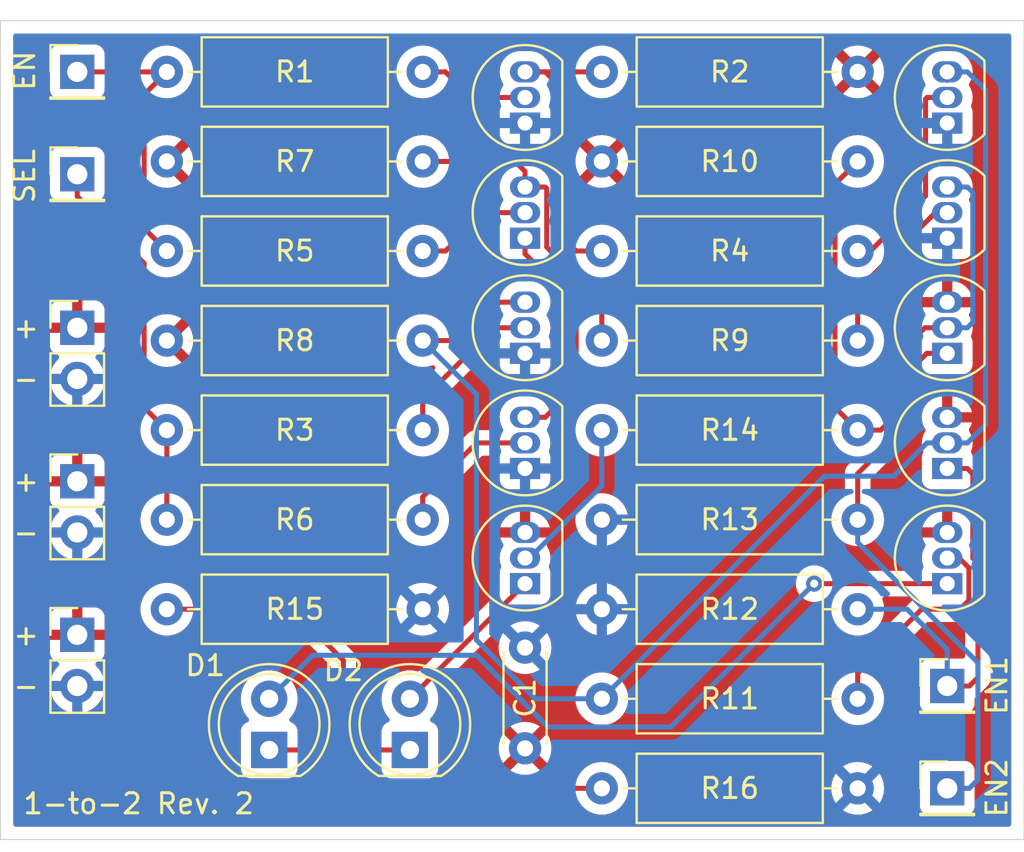
<source format=kicad_pcb>
(kicad_pcb (version 20221018) (generator pcbnew)
  (layers (0 "F.Cu" signal) (31 "B.Cu" signal) (34 "B.Paste" user) (35 "F.Paste" user) (36 "B.SilkS" user "B.Silkscreen") (37 "F.SilkS" user "F.Silkscreen") (38 "B.Mask" user) (39 "F.Mask" user) (44 "Edge.Cuts" user))
  (net 0 "")
  (net 1 "VCC")
  (net 2 "GND")
  (net 3 "Net-(D1-A)")
  (net 4 "Net-(D1-K)")
  (net 5 "Net-(D2-K)")
  (net 6 "Net-(D2-A)")
  (net 7 "Net-(J1-Pin_1)")
  (net 8 "Net-(J2-Pin_1)")
  (net 9 "Net-(J6-Pin_1)")
  (net 10 "Net-(J7-Pin_1)")
  (net 11 "Net-(Q1-C)")
  (net 12 "Net-(Q1-B)")
  (net 13 "Net-(Q2-B)")
  (net 14 "Net-(Q2-C)")
  (net 15 "Net-(Q3-B)")
  (net 16 "Net-(Q4-B)")
  (net 17 "Net-(Q4-C)")
  (net 18 "Net-(Q4-E)")
  (net 19 "Net-(Q5-B)")
  (net 20 "Net-(Q6-B)")
  (net 21 "Net-(Q6-C)")
  (net 22 "Net-(Q9-B)")
  (net 23 "Net-(Q10-B)")
  (footprint "LED_THT:LED_D5.0mm" (layer "F.Cu") (at 47.625 76.835 90)
    (fp_text reference "D1" (at 4.191 -3.175 180) (layer "F.SilkS"))
    (fp_text value "LED")
    (fp_line (start -1.29 -1.545) (end -1.29 1.545) (stroke (width 0.12)) (layer "F.SilkS"))
    (fp_arc (start -1.29 -1.54483) (mid 2.072002 -2.880433) (end 4.26 0.000462) (stroke (width 0.12)) (layer "F.SilkS"))
    (fp_arc (start 4.26 -0.000462) (mid 2.072002 2.880433) (end -1.29 1.54483) (stroke (width 0.12)) (layer "F.SilkS"))
    (fp_circle (center 1.27 0) (end 3.77 0) (stroke (width 0.12)) (fill none) (layer "F.SilkS"))
    (pad "1" thru_hole rect (at 0 0 90) (size 1.8 1.8) (drill 0.9) (layers "*.Cu" "*.Mask") (net 4 "Net-(D1-K)"))
    (pad "2" thru_hole circle (at 2.54 0 90) (size 1.8 1.8) (drill 0.9) (layers "*.Cu" "*.Mask") (net 3 "Net-(D1-A)"))
  )
  (footprint "LED_THT:LED_D5.0mm" (layer "F.Cu") (at 54.61 76.835 90)
    (fp_text reference "D2" (at 3.937 -3.302 180) (layer "F.SilkS"))
    (fp_text value "LED")
    (fp_line (start -1.29 -1.545) (end -1.29 1.545) (stroke (width 0.12)) (layer "F.SilkS"))
    (fp_arc (start -1.29 -1.54483) (mid 2.072002 -2.880433) (end 4.26 0.000462) (stroke (width 0.12)) (layer "F.SilkS"))
    (fp_arc (start 4.26 -0.000462) (mid 2.072002 2.880433) (end -1.29 1.54483) (stroke (width 0.12)) (layer "F.SilkS"))
    (fp_circle (center 1.27 0) (end 3.77 0) (stroke (width 0.12)) (fill none) (layer "F.SilkS"))
    (pad "1" thru_hole rect (at 0 0 90) (size 1.8 1.8) (drill 0.9) (layers "*.Cu" "*.Mask") (net 5 "Net-(D2-K)"))
    (pad "2" thru_hole circle (at 2.54 0 90) (size 1.8 1.8) (drill 0.9) (layers "*.Cu" "*.Mask") (net 6 "Net-(D2-A)"))
  )
  (footprint "Connector_PinHeader_2.54mm:PinHeader_1x02_P2.54mm_Vertical" (layer "F.Cu") (at 38.1 55.88)
    (fp_text reference "J3" hide)
    (fp_text value "Power")
    (fp_line (start -1.33 -1.33) (end 0 -1.33) (stroke (width 0.12)) (layer "F.SilkS"))
    (fp_line (start -1.33 0) (end -1.33 -1.33) (stroke (width 0.12)) (layer "F.SilkS"))
    (fp_line (start -1.33 1.27) (end -1.33 3.87) (stroke (width 0.12)) (layer "F.SilkS"))
    (fp_line (start -1.33 1.27) (end 1.33 1.27) (stroke (width 0.12)) (layer "F.SilkS"))
    (fp_line (start -1.33 3.87) (end 1.33 3.87) (stroke (width 0.12)) (layer "F.SilkS"))
    (fp_line (start 1.33 1.27) (end 1.33 3.87) (stroke (width 0.12)) (layer "F.SilkS"))
    (pad "1" thru_hole rect (at 0 0) (size 1.7 1.7) (drill 1) (layers "*.Cu" "*.Mask") (net 1 "VCC"))
    (pad "2" thru_hole oval (at 0 2.54) (size 1.7 1.7) (drill 1) (layers "*.Cu" "*.Mask") (net 2 "GND"))
  )
  (footprint "Connector_PinHeader_2.54mm:PinHeader_1x02_P2.54mm_Vertical" (layer "F.Cu") (at 38.1 63.5)
    (fp_text reference "J4" hide)
    (fp_text value "Power")
    (fp_line (start -1.33 -1.33) (end 0 -1.33) (stroke (width 0.12)) (layer "F.SilkS"))
    (fp_line (start -1.33 0) (end -1.33 -1.33) (stroke (width 0.12)) (layer "F.SilkS"))
    (fp_line (start -1.33 1.27) (end -1.33 3.87) (stroke (width 0.12)) (layer "F.SilkS"))
    (fp_line (start -1.33 1.27) (end 1.33 1.27) (stroke (width 0.12)) (layer "F.SilkS"))
    (fp_line (start -1.33 3.87) (end 1.33 3.87) (stroke (width 0.12)) (layer "F.SilkS"))
    (fp_line (start 1.33 1.27) (end 1.33 3.87) (stroke (width 0.12)) (layer "F.SilkS"))
    (pad "1" thru_hole rect (at 0 0) (size 1.7 1.7) (drill 1) (layers "*.Cu" "*.Mask") (net 1 "VCC"))
    (pad "2" thru_hole oval (at 0 2.54) (size 1.7 1.7) (drill 1) (layers "*.Cu" "*.Mask") (net 2 "GND"))
  )
  (footprint "Connector_PinHeader_2.54mm:PinHeader_1x02_P2.54mm_Vertical" (layer "F.Cu") (at 38.1 71.12)
    (fp_text reference "J5" hide)
    (fp_text value "Power")
    (fp_line (start -1.33 -1.33) (end 0 -1.33) (stroke (width 0.12)) (layer "F.SilkS"))
    (fp_line (start -1.33 0) (end -1.33 -1.33) (stroke (width 0.12)) (layer "F.SilkS"))
    (fp_line (start -1.33 1.27) (end -1.33 3.87) (stroke (width 0.12)) (layer "F.SilkS"))
    (fp_line (start -1.33 1.27) (end 1.33 1.27) (stroke (width 0.12)) (layer "F.SilkS"))
    (fp_line (start -1.33 3.87) (end 1.33 3.87) (stroke (width 0.12)) (layer "F.SilkS"))
    (fp_line (start 1.33 1.27) (end 1.33 3.87) (stroke (width 0.12)) (layer "F.SilkS"))
    (pad "1" thru_hole rect (at 0 0) (size 1.7 1.7) (drill 1) (layers "*.Cu" "*.Mask") (net 1 "VCC"))
    (pad "2" thru_hole oval (at 0 2.54) (size 1.7 1.7) (drill 1) (layers "*.Cu" "*.Mask") (net 2 "GND"))
  )
  (footprint "Package_TO_SOT_THT:TO-92_Inline" (layer "F.Cu") (at 60.325 45.72 90)
    (fp_text reference "Q1" hide)
    (fp_text value "2N2222")
    (fp_line (start -0.53 1.85) (end 3.07 1.85) (stroke (width 0.12)) (layer "F.SilkS"))
    (fp_arc (start -0.568478 1.838478) (mid -1.132087 -0.994977) (end 1.27 -2.6) (stroke (width 0.12)) (layer "F.SilkS"))
    (fp_arc (start 1.27 -2.6) (mid 3.672087 -0.994977) (end 3.108478 1.838478) (stroke (width 0.12)) (layer "F.SilkS"))
    (pad "1" thru_hole rect (at 0 0 90) (size 1.05 1.5) (drill 0.75) (layers "*.Cu" "*.Mask") (net 2 "GND"))
    (pad "2" thru_hole oval (at 1.27 0 90) (size 1.05 1.5) (drill 0.75) (layers "*.Cu" "*.Mask") (net 12 "Net-(Q1-B)"))
    (pad "3" thru_hole oval (at 2.54 0 90) (size 1.05 1.5) (drill 0.75) (layers "*.Cu" "*.Mask") (net 11 "Net-(Q1-C)"))
  )
  (footprint "Package_TO_SOT_THT:TO-92_Inline" (layer "F.Cu") (at 81.28 45.72 90)
    (fp_text reference "Q3" hide)
    (fp_text value "2N2222")
    (fp_line (start -0.53 1.85) (end 3.07 1.85) (stroke (width 0.12)) (layer "F.SilkS"))
    (fp_arc (start -0.568478 1.838478) (mid -1.132087 -0.994977) (end 1.27 -2.6) (stroke (width 0.12)) (layer "F.SilkS"))
    (fp_arc (start 1.27 -2.6) (mid 3.672087 -0.994977) (end 3.108478 1.838478) (stroke (width 0.12)) (layer "F.SilkS"))
    (pad "1" thru_hole rect (at 0 0 90) (size 1.05 1.5) (drill 0.75) (layers "*.Cu" "*.Mask") (net 2 "GND"))
    (pad "2" thru_hole oval (at 1.27 0 90) (size 1.05 1.5) (drill 0.75) (layers "*.Cu" "*.Mask") (net 15 "Net-(Q3-B)"))
    (pad "3" thru_hole oval (at 2.54 0 90) (size 1.05 1.5) (drill 0.75) (layers "*.Cu" "*.Mask") (net 14 "Net-(Q2-C)"))
  )
  (footprint "Package_TO_SOT_THT:TO-92_Inline" (layer "F.Cu") (at 81.28 62.865 90)
    (fp_text reference "Q7" hide)
    (fp_text value "2N2222")
    (fp_line (start -0.53 1.85) (end 3.07 1.85) (stroke (width 0.12)) (layer "F.SilkS"))
    (fp_arc (start -0.568478 1.838478) (mid -1.132087 -0.994977) (end 1.27 -2.6) (stroke (width 0.12)) (layer "F.SilkS"))
    (fp_arc (start 1.27 -2.6) (mid 3.672087 -0.994977) (end 3.108478 1.838478) (stroke (width 0.12)) (layer "F.SilkS"))
    (pad "1" thru_hole rect (at 0 0 90) (size 1.05 1.5) (drill 0.75) (layers "*.Cu" "*.Mask") (net 9 "Net-(J6-Pin_1)"))
    (pad "2" thru_hole oval (at 1.27 0 90) (size 1.05 1.5) (drill 0.75) (layers "*.Cu" "*.Mask") (net 14 "Net-(Q2-C)"))
    (pad "3" thru_hole oval (at 2.54 0 90) (size 1.05 1.5) (drill 0.75) (layers "*.Cu" "*.Mask") (net 1 "VCC"))
  )
  (footprint "Package_TO_SOT_THT:TO-92_Inline" (layer "F.Cu") (at 81.28 57.15 90)
    (fp_text reference "Q8" hide)
    (fp_text value "2N2222")
    (fp_line (start -0.53 1.85) (end 3.07 1.85) (stroke (width 0.12)) (layer "F.SilkS"))
    (fp_arc (start -0.568478 1.838478) (mid -1.132087 -0.994977) (end 1.27 -2.6) (stroke (width 0.12)) (layer "F.SilkS"))
    (fp_arc (start 1.27 -2.6) (mid 3.672087 -0.994977) (end 3.108478 1.838478) (stroke (width 0.12)) (layer "F.SilkS"))
    (pad "1" thru_hole rect (at 0 0 90) (size 1.05 1.5) (drill 0.75) (layers "*.Cu" "*.Mask") (net 10 "Net-(J7-Pin_1)"))
    (pad "2" thru_hole oval (at 1.27 0 90) (size 1.05 1.5) (drill 0.75) (layers "*.Cu" "*.Mask") (net 21 "Net-(Q6-C)"))
    (pad "3" thru_hole oval (at 2.54 0 90) (size 1.05 1.5) (drill 0.75) (layers "*.Cu" "*.Mask") (net 1 "VCC"))
  )
  (footprint "Package_TO_SOT_THT:TO-92_Inline" (layer "F.Cu") (at 60.325 68.58 90)
    (fp_text reference "Q9" hide)
    (fp_text value "2N2222")
    (fp_line (start -0.53 1.85) (end 3.07 1.85) (stroke (width 0.12)) (layer "F.SilkS"))
    (fp_arc (start -0.568478 1.838478) (mid -1.132087 -0.994977) (end 1.27 -2.6) (stroke (width 0.12)) (layer "F.SilkS"))
    (fp_arc (start 1.27 -2.6) (mid 3.672087 -0.994977) (end 3.108478 1.838478) (stroke (width 0.12)) (layer "F.SilkS"))
    (pad "1" thru_hole rect (at 0 0 90) (size 1.05 1.5) (drill 0.75) (layers "*.Cu" "*.Mask") (net 6 "Net-(D2-A)"))
    (pad "2" thru_hole oval (at 1.27 0 90) (size 1.05 1.5) (drill 0.75) (layers "*.Cu" "*.Mask") (net 22 "Net-(Q9-B)"))
    (pad "3" thru_hole oval (at 2.54 0 90) (size 1.05 1.5) (drill 0.75) (layers "*.Cu" "*.Mask") (net 1 "VCC"))
  )
  (footprint "Package_TO_SOT_THT:TO-92_Inline" (layer "F.Cu") (at 81.28 68.58 90)
    (fp_text reference "Q10" hide)
    (fp_text value "2N2222")
    (fp_line (start -0.53 1.85) (end 3.07 1.85) (stroke (width 0.12)) (layer "F.SilkS"))
    (fp_arc (start -0.568478 1.838478) (mid -1.132087 -0.994977) (end 1.27 -2.6) (stroke (width 0.12)) (layer "F.SilkS"))
    (fp_arc (start 1.27 -2.6) (mid 3.672087 -0.994977) (end 3.108478 1.838478) (stroke (width 0.12)) (layer "F.SilkS"))
    (pad "1" thru_hole rect (at 0 0 90) (size 1.05 1.5) (drill 0.75) (layers "*.Cu" "*.Mask") (net 3 "Net-(D1-A)"))
    (pad "2" thru_hole oval (at 1.27 0 90) (size 1.05 1.5) (drill 0.75) (layers "*.Cu" "*.Mask") (net 23 "Net-(Q10-B)"))
    (pad "3" thru_hole oval (at 2.54 0 90) (size 1.05 1.5) (drill 0.75) (layers "*.Cu" "*.Mask") (net 1 "VCC"))
  )
  (footprint "Resistor_THT:R_Axial_DIN0309_L9.0mm_D3.2mm_P12.70mm_Horizontal" (layer "F.Cu") (at 55.245 43.18 180)
    (fp_text reference "R1" (at 6.35 0) (layer "F.SilkS"))
    (fp_text value "10K")
    (fp_line (start 1.04 0) (end 1.73 0) (stroke (width 0.12)) (layer "F.SilkS"))
    (fp_line (start 1.73 -1.72) (end 1.73 1.72) (stroke (width 0.12)) (layer "F.SilkS"))
    (fp_line (start 1.73 1.72) (end 10.97 1.72) (stroke (width 0.12)) (layer "F.SilkS"))
    (fp_line (start 10.97 -1.72) (end 1.73 -1.72) (stroke (width 0.12)) (layer "F.SilkS"))
    (fp_line (start 10.97 1.72) (end 10.97 -1.72) (stroke (width 0.12)) (layer "F.SilkS"))
    (fp_line (start 11.66 0) (end 10.97 0) (stroke (width 0.12)) (layer "F.SilkS"))
    (pad "1" thru_hole circle (at 0 0 180) (size 1.6 1.6) (drill 0.8) (layers "*.Cu" "*.Mask") (net 12 "Net-(Q1-B)"))
    (pad "2" thru_hole oval (at 12.7 0 180) (size 1.6 1.6) (drill 0.8) (layers "*.Cu" "*.Mask") (net 7 "Net-(J1-Pin_1)"))
  )
  (footprint "Resistor_THT:R_Axial_DIN0309_L9.0mm_D3.2mm_P12.70mm_Horizontal" (layer "F.Cu") (at 76.835 43.18 180)
    (fp_text reference "R2" (at 6.35 0) (layer "F.SilkS"))
    (fp_text value "1K")
    (fp_line (start 1.04 0) (end 1.73 0) (stroke (width 0.12)) (layer "F.SilkS"))
    (fp_line (start 1.73 -1.72) (end 1.73 1.72) (stroke (width 0.12)) (layer "F.SilkS"))
    (fp_line (start 1.73 1.72) (end 10.97 1.72) (stroke (width 0.12)) (layer "F.SilkS"))
    (fp_line (start 10.97 -1.72) (end 1.73 -1.72) (stroke (width 0.12)) (layer "F.SilkS"))
    (fp_line (start 10.97 1.72) (end 10.97 -1.72) (stroke (width 0.12)) (layer "F.SilkS"))
    (fp_line (start 11.66 0) (end 10.97 0) (stroke (width 0.12)) (layer "F.SilkS"))
    (pad "1" thru_hole circle (at 0 0 180) (size 1.6 1.6) (drill 0.8) (layers "*.Cu" "*.Mask") (net 1 "VCC"))
    (pad "2" thru_hole oval (at 12.7 0 180) (size 1.6 1.6) (drill 0.8) (layers "*.Cu" "*.Mask") (net 11 "Net-(Q1-C)"))
  )
  (footprint "Resistor_THT:R_Axial_DIN0309_L9.0mm_D3.2mm_P12.70mm_Horizontal" (layer "F.Cu") (at 76.835 52.07 180)
    (fp_text reference "R4" (at 6.35 0) (layer "F.SilkS"))
    (fp_text value "10K")
    (fp_line (start 1.04 0) (end 1.73 0) (stroke (width 0.12)) (layer "F.SilkS"))
    (fp_line (start 1.73 -1.72) (end 1.73 1.72) (stroke (width 0.12)) (layer "F.SilkS"))
    (fp_line (start 1.73 1.72) (end 10.97 1.72) (stroke (width 0.12)) (layer "F.SilkS"))
    (fp_line (start 10.97 -1.72) (end 1.73 -1.72) (stroke (width 0.12)) (layer "F.SilkS"))
    (fp_line (start 10.97 1.72) (end 10.97 -1.72) (stroke (width 0.12)) (layer "F.SilkS"))
    (fp_line (start 11.66 0) (end 10.97 0) (stroke (width 0.12)) (layer "F.SilkS"))
    (pad "1" thru_hole circle (at 0 0 180) (size 1.6 1.6) (drill 0.8) (layers "*.Cu" "*.Mask") (net 15 "Net-(Q3-B)"))
    (pad "2" thru_hole oval (at 12.7 0 180) (size 1.6 1.6) (drill 0.8) (layers "*.Cu" "*.Mask") (net 11 "Net-(Q1-C)"))
  )
  (footprint "Resistor_THT:R_Axial_DIN0309_L9.0mm_D3.2mm_P12.70mm_Horizontal" (layer "F.Cu") (at 42.545 47.625)
    (fp_text reference "R7" (at 6.35 0) (layer "F.SilkS"))
    (fp_text value "1K")
    (fp_line (start 1.04 0) (end 1.73 0) (stroke (width 0.12)) (layer "F.SilkS"))
    (fp_line (start 1.73 -1.72) (end 1.73 1.72) (stroke (width 0.12)) (layer "F.SilkS"))
    (fp_line (start 1.73 1.72) (end 10.97 1.72) (stroke (width 0.12)) (layer "F.SilkS"))
    (fp_line (start 10.97 -1.72) (end 1.73 -1.72) (stroke (width 0.12)) (layer "F.SilkS"))
    (fp_line (start 10.97 1.72) (end 10.97 -1.72) (stroke (width 0.12)) (layer "F.SilkS"))
    (fp_line (start 11.66 0) (end 10.97 0) (stroke (width 0.12)) (layer "F.SilkS"))
    (pad "1" thru_hole circle (at 0 0) (size 1.6 1.6) (drill 0.8) (layers "*.Cu" "*.Mask") (net 1 "VCC"))
    (pad "2" thru_hole oval (at 12.7 0) (size 1.6 1.6) (drill 0.8) (layers "*.Cu" "*.Mask") (net 17 "Net-(Q4-C)"))
  )
  (footprint "Resistor_THT:R_Axial_DIN0309_L9.0mm_D3.2mm_P12.70mm_Horizontal" (layer "F.Cu") (at 76.835 56.515 180)
    (fp_text reference "R9" (at 6.35 0) (layer "F.SilkS"))
    (fp_text value "10K")
    (fp_line (start 1.04 0) (end 1.73 0) (stroke (width 0.12)) (layer "F.SilkS"))
    (fp_line (start 1.73 -1.72) (end 1.73 1.72) (stroke (width 0.12)) (layer "F.SilkS"))
    (fp_line (start 1.73 1.72) (end 10.97 1.72) (stroke (width 0.12)) (layer "F.SilkS"))
    (fp_line (start 10.97 -1.72) (end 1.73 -1.72) (stroke (width 0.12)) (layer "F.SilkS"))
    (fp_line (start 10.97 1.72) (end 10.97 -1.72) (stroke (width 0.12)) (layer "F.SilkS"))
    (fp_line (start 11.66 0) (end 10.97 0) (stroke (width 0.12)) (layer "F.SilkS"))
    (pad "1" thru_hole circle (at 0 0 180) (size 1.6 1.6) (drill 0.8) (layers "*.Cu" "*.Mask") (net 20 "Net-(Q6-B)"))
    (pad "2" thru_hole oval (at 12.7 0 180) (size 1.6 1.6) (drill 0.8) (layers "*.Cu" "*.Mask") (net 17 "Net-(Q4-C)"))
  )
  (footprint "Resistor_THT:R_Axial_DIN0309_L9.0mm_D3.2mm_P12.70mm_Horizontal" (layer "F.Cu") (at 64.135 47.625)
    (fp_text reference "R10" (at 6.35 0) (layer "F.SilkS"))
    (fp_text value "1K")
    (fp_line (start 1.04 0) (end 1.73 0) (stroke (width 0.12)) (layer "F.SilkS"))
    (fp_line (start 1.73 -1.72) (end 1.73 1.72) (stroke (width 0.12)) (layer "F.SilkS"))
    (fp_line (start 1.73 1.72) (end 10.97 1.72) (stroke (width 0.12)) (layer "F.SilkS"))
    (fp_line (start 10.97 -1.72) (end 1.73 -1.72) (stroke (width 0.12)) (layer "F.SilkS"))
    (fp_line (start 10.97 1.72) (end 10.97 -1.72) (stroke (width 0.12)) (layer "F.SilkS"))
    (fp_line (start 11.66 0) (end 10.97 0) (stroke (width 0.12)) (layer "F.SilkS"))
    (pad "1" thru_hole circle (at 0 0) (size 1.6 1.6) (drill 0.8) (layers "*.Cu" "*.Mask") (net 1 "VCC"))
    (pad "2" thru_hole oval (at 12.7 0) (size 1.6 1.6) (drill 0.8) (layers "*.Cu" "*.Mask") (net 21 "Net-(Q6-C)"))
  )
  (footprint "Resistor_THT:R_Axial_DIN0309_L9.0mm_D3.2mm_P12.70mm_Horizontal" (layer "F.Cu") (at 64.135 74.295)
    (fp_text reference "R11" (at 6.35 0) (layer "F.SilkS"))
    (fp_text value "10K")
    (fp_line (start 1.04 0) (end 1.73 0) (stroke (width 0.12)) (layer "F.SilkS"))
    (fp_line (start 1.73 -1.72) (end 1.73 1.72) (stroke (width 0.12)) (layer "F.SilkS"))
    (fp_line (start 1.73 1.72) (end 10.97 1.72) (stroke (width 0.12)) (layer "F.SilkS"))
    (fp_line (start 10.97 -1.72) (end 1.73 -1.72) (stroke (width 0.12)) (layer "F.SilkS"))
    (fp_line (start 10.97 1.72) (end 10.97 -1.72) (stroke (width 0.12)) (layer "F.SilkS"))
    (fp_line (start 11.66 0) (end 10.97 0) (stroke (width 0.12)) (layer "F.SilkS"))
    (pad "1" thru_hole circle (at 0 0) (size 1.6 1.6) (drill 0.8) (layers "*.Cu" "*.Mask") (net 14 "Net-(Q2-C)"))
    (pad "2" thru_hole oval (at 12.7 0) (size 1.6 1.6) (drill 0.8) (layers "*.Cu" "*.Mask") (net 23 "Net-(Q10-B)"))
  )
  (footprint "Resistor_THT:R_Axial_DIN0309_L9.0mm_D3.2mm_P12.70mm_Horizontal" (layer "F.Cu") (at 76.835 65.405 180)
    (fp_text reference "R13" (at 6.35 0) (layer "F.SilkS"))
    (fp_text value "1K")
    (fp_line (start 1.04 0) (end 1.73 0) (stroke (width 0.12)) (layer "F.SilkS"))
    (fp_line (start 1.73 -1.72) (end 1.73 1.72) (stroke (width 0.12)) (layer "F.SilkS"))
    (fp_line (start 1.73 1.72) (end 10.97 1.72) (stroke (width 0.12)) (layer "F.SilkS"))
    (fp_line (start 10.97 -1.72) (end 1.73 -1.72) (stroke (width 0.12)) (layer "F.SilkS"))
    (fp_line (start 10.97 1.72) (end 10.97 -1.72) (stroke (width 0.12)) (layer "F.SilkS"))
    (fp_line (start 11.66 0) (end 10.97 0) (stroke (width 0.12)) (layer "F.SilkS"))
    (pad "1" thru_hole circle (at 0 0 180) (size 1.6 1.6) (drill 0.8) (layers "*.Cu" "*.Mask") (net 10 "Net-(J7-Pin_1)"))
    (pad "2" thru_hole oval (at 12.7 0 180) (size 1.6 1.6) (drill 0.8) (layers "*.Cu" "*.Mask") (net 2 "GND"))
  )
  (footprint "Resistor_THT:R_Axial_DIN0309_L9.0mm_D3.2mm_P12.70mm_Horizontal" (layer "F.Cu") (at 76.835 60.96 180)
    (fp_text reference "R14" (at 6.35 0) (layer "F.SilkS"))
    (fp_text value "10K")
    (fp_line (start 1.04 0) (end 1.73 0) (stroke (width 0.12)) (layer "F.SilkS"))
    (fp_line (start 1.73 -1.72) (end 1.73 1.72) (stroke (width 0.12)) (layer "F.SilkS"))
    (fp_line (start 1.73 1.72) (end 10.97 1.72) (stroke (width 0.12)) (layer "F.SilkS"))
    (fp_line (start 10.97 -1.72) (end 1.73 -1.72) (stroke (width 0.12)) (layer "F.SilkS"))
    (fp_line (start 10.97 1.72) (end 10.97 -1.72) (stroke (width 0.12)) (layer "F.SilkS"))
    (fp_line (start 11.66 0) (end 10.97 0) (stroke (width 0.12)) (layer "F.SilkS"))
    (pad "1" thru_hole circle (at 0 0 180) (size 1.6 1.6) (drill 0.8) (layers "*.Cu" "*.Mask") (net 21 "Net-(Q6-C)"))
    (pad "2" thru_hole oval (at 12.7 0 180) (size 1.6 1.6) (drill 0.8) (layers "*.Cu" "*.Mask") (net 22 "Net-(Q9-B)"))
  )
  (footprint "Resistor_THT:R_Axial_DIN0309_L9.0mm_D3.2mm_P12.70mm_Horizontal" (layer "F.Cu") (at 55.245 69.85 180)
    (fp_text reference "R15" (at 6.35 0) (layer "F.SilkS"))
    (fp_text value "1K")
    (fp_line (start 1.04 0) (end 1.73 0) (stroke (width 0.12)) (layer "F.SilkS"))
    (fp_line (start 1.73 -1.72) (end 1.73 1.72) (stroke (width 0.12)) (layer "F.SilkS"))
    (fp_line (start 1.73 1.72) (end 10.97 1.72) (stroke (width 0.12)) (layer "F.SilkS"))
    (fp_line (start 10.97 -1.72) (end 1.73 -1.72) (stroke (width 0.12)) (layer "F.SilkS"))
    (fp_line (start 10.97 1.72) (end 10.97 -1.72) (stroke (width 0.12)) (layer "F.SilkS"))
    (fp_line (start 11.66 0) (end 10.97 0) (stroke (width 0.12)) (layer "F.SilkS"))
    (pad "1" thru_hole circle (at 0 0 180) (size 1.6 1.6) (drill 0.8) (layers "*.Cu" "*.Mask") (net 2 "GND"))
    (pad "2" thru_hole oval (at 12.7 0 180) (size 1.6 1.6) (drill 0.8) (layers "*.Cu" "*.Mask") (net 5 "Net-(D2-K)"))
  )
  (footprint "Resistor_THT:R_Axial_DIN0309_L9.0mm_D3.2mm_P12.70mm_Horizontal" (layer "F.Cu") (at 76.835 78.74 180)
    (fp_text reference "R16" (at 6.35 0) (layer "F.SilkS"))
    (fp_text value "1K")
    (fp_line (start 1.04 0) (end 1.73 0) (stroke (width 0.12)) (layer "F.SilkS"))
    (fp_line (start 1.73 -1.72) (end 1.73 1.72) (stroke (width 0.12)) (layer "F.SilkS"))
    (fp_line (start 1.73 1.72) (end 10.97 1.72) (stroke (width 0.12)) (layer "F.SilkS"))
    (fp_line (start 10.97 -1.72) (end 1.73 -1.72) (stroke (width 0.12)) (layer "F.SilkS"))
    (fp_line (start 10.97 1.72) (end 10.97 -1.72) (stroke (width 0.12)) (layer "F.SilkS"))
    (fp_line (start 11.66 0) (end 10.97 0) (stroke (width 0.12)) (layer "F.SilkS"))
    (pad "1" thru_hole circle (at 0 0 180) (size 1.6 1.6) (drill 0.8) (layers "*.Cu" "*.Mask") (net 2 "GND"))
    (pad "2" thru_hole oval (at 12.7 0 180) (size 1.6 1.6) (drill 0.8) (layers "*.Cu" "*.Mask") (net 4 "Net-(D1-K)"))
  )
  (footprint "Resistor_THT:R_Axial_DIN0309_L9.0mm_D3.2mm_P12.70mm_Horizontal" (layer "F.Cu") (at 55.245 65.405 180)
    (fp_text reference "R6" (at 6.35 0) (layer "F.SilkS"))
    (fp_text value "10K")
    (fp_line (start 1.04 0) (end 1.73 0) (stroke (width 0.12)) (layer "F.SilkS"))
    (fp_line (start 1.73 -1.72) (end 1.73 1.72) (stroke (width 0.12)) (layer "F.SilkS"))
    (fp_line (start 1.73 1.72) (end 10.97 1.72) (stroke (width 0.12)) (layer "F.SilkS"))
    (fp_line (start 10.97 -1.72) (end 1.73 -1.72) (stroke (width 0.12)) (layer "F.SilkS"))
    (fp_line (start 10.97 1.72) (end 10.97 -1.72) (stroke (width 0.12)) (layer "F.SilkS"))
    (fp_line (start 11.66 0) (end 10.97 0) (stroke (width 0.12)) (layer "F.SilkS"))
    (pad "1" thru_hole circle (at 0 0 180) (size 1.6 1.6) (drill 0.8) (layers "*.Cu" "*.Mask") (net 19 "Net-(Q5-B)"))
    (pad "2" thru_hole oval (at 12.7 0 180) (size 1.6 1.6) (drill 0.8) (layers "*.Cu" "*.Mask") (net 8 "Net-(J2-Pin_1)"))
  )
  (footprint "Resistor_THT:R_Axial_DIN0309_L9.0mm_D3.2mm_P12.70mm_Horizontal" (layer "F.Cu") (at 55.245 52.07 180)
    (fp_text reference "R5" (at 6.35 0) (layer "F.SilkS"))
    (fp_text value "10K")
    (fp_line (start 1.04 0) (end 1.73 0) (stroke (width 0.12)) (layer "F.SilkS"))
    (fp_line (start 1.73 -1.72) (end 1.73 1.72) (stroke (width 0.12)) (layer "F.SilkS"))
    (fp_line (start 1.73 1.72) (end 10.97 1.72) (stroke (width 0.12)) (layer "F.SilkS"))
    (fp_line (start 10.97 -1.72) (end 1.73 -1.72) (stroke (width 0.12)) (layer "F.SilkS"))
    (fp_line (start 10.97 1.72) (end 10.97 -1.72) (stroke (width 0.12)) (layer "F.SilkS"))
    (fp_line (start 11.66 0) (end 10.97 0) (stroke (width 0.12)) (layer "F.SilkS"))
    (pad "1" thru_hole circle (at 0 0 180) (size 1.6 1.6) (drill 0.8) (layers "*.Cu" "*.Mask") (net 16 "Net-(Q4-B)"))
    (pad "2" thru_hole oval (at 12.7 0 180) (size 1.6 1.6) (drill 0.8) (layers "*.Cu" "*.Mask") (net 7 "Net-(J1-Pin_1)"))
  )
  (footprint "Package_TO_SOT_THT:TO-92_Inline" (layer "F.Cu") (at 60.325 51.435 90)
    (fp_text reference "Q4" hide)
    (fp_text value "2N2222")
    (fp_line (start -0.53 1.85) (end 3.07 1.85) (stroke (width 0.12)) (layer "F.SilkS"))
    (fp_arc (start -0.568478 1.838478) (mid -1.132087 -0.994977) (end 1.27 -2.6) (stroke (width 0.12)) (layer "F.SilkS"))
    (fp_arc (start 1.27 -2.6) (mid 3.672087 -0.994977) (end 3.108478 1.838478) (stroke (width 0.12)) (layer "F.SilkS"))
    (pad "1" thru_hole rect (at 0 0 90) (size 1.05 1.5) (drill 0.75) (layers "*.Cu" "*.Mask") (net 18 "Net-(Q4-E)"))
    (pad "2" thru_hole oval (at 1.27 0 90) (size 1.05 1.5) (drill 0.75) (layers "*.Cu" "*.Mask") (net 16 "Net-(Q4-B)"))
    (pad "3" thru_hole oval (at 2.54 0 90) (size 1.05 1.5) (drill 0.75) (layers "*.Cu" "*.Mask") (net 17 "Net-(Q4-C)"))
  )
  (footprint "Package_TO_SOT_THT:TO-92_Inline" (layer "F.Cu") (at 60.325 62.865 90)
    (fp_text reference "Q5" hide)
    (fp_text value "2N2222")
    (fp_line (start -0.53 1.85) (end 3.07 1.85) (stroke (width 0.12)) (layer "F.SilkS"))
    (fp_arc (start -0.568478 1.838478) (mid -1.132087 -0.994977) (end 1.27 -2.6) (stroke (width 0.12)) (layer "F.SilkS"))
    (fp_arc (start 1.27 -2.6) (mid 3.672087 -0.994977) (end 3.108478 1.838478) (stroke (width 0.12)) (layer "F.SilkS"))
    (pad "1" thru_hole rect (at 0 0 90) (size 1.05 1.5) (drill 0.75) (layers "*.Cu" "*.Mask") (net 2 "GND"))
    (pad "2" thru_hole oval (at 1.27 0 90) (size 1.05 1.5) (drill 0.75) (layers "*.Cu" "*.Mask") (net 19 "Net-(Q5-B)"))
    (pad "3" thru_hole oval (at 2.54 0 90) (size 1.05 1.5) (drill 0.75) (layers "*.Cu" "*.Mask") (net 18 "Net-(Q4-E)"))
  )
  (footprint "Package_TO_SOT_THT:TO-92_Inline" (layer "F.Cu") (at 60.325 57.15 90)
    (fp_text reference "Q2" hide)
    (fp_text value "2N2222")
    (fp_line (start -0.53 1.85) (end 3.07 1.85) (stroke (width 0.12)) (layer "F.SilkS"))
    (fp_arc (start -0.568478 1.838478) (mid -1.132087 -0.994977) (end 1.27 -2.6) (stroke (width 0.12)) (layer "F.SilkS"))
    (fp_arc (start 1.27 -2.6) (mid 3.672087 -0.994977) (end 3.108478 1.838478) (stroke (width 0.12)) (layer "F.SilkS"))
    (pad "1" thru_hole rect (at 0 0 90) (size 1.05 1.5) (drill 0.75) (layers "*.Cu" "*.Mask") (net 2 "GND"))
    (pad "2" thru_hole oval (at 1.27 0 90) (size 1.05 1.5) (drill 0.75) (layers "*.Cu" "*.Mask") (net 13 "Net-(Q2-B)"))
    (pad "3" thru_hole oval (at 2.54 0 90) (size 1.05 1.5) (drill 0.75) (layers "*.Cu" "*.Mask") (net 14 "Net-(Q2-C)"))
  )
  (footprint "Resistor_THT:R_Axial_DIN0309_L9.0mm_D3.2mm_P12.70mm_Horizontal" (layer "F.Cu") (at 42.545 56.515)
    (fp_text reference "R8" (at 6.35 0) (layer "F.SilkS"))
    (fp_text value "1K")
    (fp_line (start 1.04 0) (end 1.73 0) (stroke (width 0.12)) (layer "F.SilkS"))
    (fp_line (start 1.73 -1.72) (end 1.73 1.72) (stroke (width 0.12)) (layer "F.SilkS"))
    (fp_line (start 1.73 1.72) (end 10.97 1.72) (stroke (width 0.12)) (layer "F.SilkS"))
    (fp_line (start 10.97 -1.72) (end 1.73 -1.72) (stroke (width 0.12)) (layer "F.SilkS"))
    (fp_line (start 10.97 1.72) (end 10.97 -1.72) (stroke (width 0.12)) (layer "F.SilkS"))
    (fp_line (start 11.66 0) (end 10.97 0) (stroke (width 0.12)) (layer "F.SilkS"))
    (pad "1" thru_hole circle (at 0 0) (size 1.6 1.6) (drill 0.8) (layers "*.Cu" "*.Mask") (net 1 "VCC"))
    (pad "2" thru_hole oval (at 12.7 0) (size 1.6 1.6) (drill 0.8) (layers "*.Cu" "*.Mask") (net 14 "Net-(Q2-C)"))
  )
  (footprint "Resistor_THT:R_Axial_DIN0309_L9.0mm_D3.2mm_P12.70mm_Horizontal" (layer "F.Cu") (at 55.245 60.96 180)
    (fp_text reference "R3" (at 6.35 0) (layer "F.SilkS"))
    (fp_text value "10K")
    (fp_line (start 1.04 0) (end 1.73 0) (stroke (width 0.12)) (layer "F.SilkS"))
    (fp_line (start 1.73 -1.72) (end 1.73 1.72) (stroke (width 0.12)) (layer "F.SilkS"))
    (fp_line (start 1.73 1.72) (end 10.97 1.72) (stroke (width 0.12)) (layer "F.SilkS"))
    (fp_line (start 10.97 -1.72) (end 1.73 -1.72) (stroke (width 0.12)) (layer "F.SilkS"))
    (fp_line (start 10.97 1.72) (end 10.97 -1.72) (stroke (width 0.12)) (layer "F.SilkS"))
    (fp_line (start 11.66 0) (end 10.97 0) (stroke (width 0.12)) (layer "F.SilkS"))
    (pad "1" thru_hole circle (at 0 0 180) (size 1.6 1.6) (drill 0.8) (layers "*.Cu" "*.Mask") (net 13 "Net-(Q2-B)"))
    (pad "2" thru_hole oval (at 12.7 0 180) (size 1.6 1.6) (drill 0.8) (layers "*.Cu" "*.Mask") (net 8 "Net-(J2-Pin_1)"))
  )
  (footprint "Package_TO_SOT_THT:TO-92_Inline" (layer "F.Cu") (at 81.28 51.435 90)
    (fp_text reference "Q6" hide)
    (fp_text value "2N2222")
    (fp_line (start -0.53 1.85) (end 3.07 1.85) (stroke (width 0.12)) (layer "F.SilkS"))
    (fp_arc (start -0.568478 1.838478) (mid -1.132087 -0.994977) (end 1.27 -2.6) (stroke (width 0.12)) (layer "F.SilkS"))
    (fp_arc (start 1.27 -2.6) (mid 3.672087 -0.994977) (end 3.108478 1.838478) (stroke (width 0.12)) (layer "F.SilkS"))
    (pad "1" thru_hole rect (at 0 0 90) (size 1.05 1.5) (drill 0.75) (layers "*.Cu" "*.Mask") (net 2 "GND"))
    (pad "2" thru_hole oval (at 1.27 0 90) (size 1.05 1.5) (drill 0.75) (layers "*.Cu" "*.Mask") (net 20 "Net-(Q6-B)"))
    (pad "3" thru_hole oval (at 2.54 0 90) (size 1.05 1.5) (drill 0.75) (layers "*.Cu" "*.Mask") (net 21 "Net-(Q6-C)"))
  )
  (footprint "Resistor_THT:R_Axial_DIN0309_L9.0mm_D3.2mm_P12.70mm_Horizontal" (layer "F.Cu") (at 76.835 69.85 180)
    (fp_text reference "R12" (at 6.35 0) (layer "F.SilkS"))
    (fp_text value "1K")
    (fp_line (start 1.04 0) (end 1.73 0) (stroke (width 0.12)) (layer "F.SilkS"))
    (fp_line (start 1.73 -1.72) (end 1.73 1.72) (stroke (width 0.12)) (layer "F.SilkS"))
    (fp_line (start 1.73 1.72) (end 10.97 1.72) (stroke (width 0.12)) (layer "F.SilkS"))
    (fp_line (start 10.97 -1.72) (end 1.73 -1.72) (stroke (width 0.12)) (layer "F.SilkS"))
    (fp_line (start 10.97 1.72) (end 10.97 -1.72) (stroke (width 0.12)) (layer "F.SilkS"))
    (fp_line (start 11.66 0) (end 10.97 0) (stroke (width 0.12)) (layer "F.SilkS"))
    (pad "1" thru_hole circle (at 0 0 180) (size 1.6 1.6) (drill 0.8) (layers "*.Cu" "*.Mask") (net 9 "Net-(J6-Pin_1)"))
    (pad "2" thru_hole oval (at 12.7 0 180) (size 1.6 1.6) (drill 0.8) (layers "*.Cu" "*.Mask") (net 2 "GND"))
  )
  (footprint "Capacitor_THT:C_Disc_D4.3mm_W1.9mm_P5.00mm" (layer "F.Cu") (at 60.325 76.755 90)
    (fp_text reference "C1" (at 2.5 0 90) (layer "F.SilkS"))
    (fp_text value "0.1uF")
    (fp_line (start 0.23 -1.07) (end 0.23 -1.055) (stroke (width 0.12)) (layer "F.SilkS"))
    (fp_line (start 0.23 -1.07) (end 4.77 -1.07) (stroke (width 0.12)) (layer "F.SilkS"))
    (fp_line (start 0.23 1.055) (end 0.23 1.07) (stroke (width 0.12)) (layer "F.SilkS"))
    (fp_line (start 0.23 1.07) (end 4.77 1.07) (stroke (width 0.12)) (layer "F.SilkS"))
    (fp_line (start 4.77 -1.07) (end 4.77 -1.055) (stroke (width 0.12)) (layer "F.SilkS"))
    (fp_line (start 4.77 1.055) (end 4.77 1.07) (stroke (width 0.12)) (layer "F.SilkS"))
    (pad "1" thru_hole circle (at 0 0 90) (size 1.6 1.6) (drill 0.8) (layers "*.Cu" "*.Mask") (net 1 "VCC"))
    (pad "2" thru_hole circle (at 5 0 90) (size 1.6 1.6) (drill 0.8) (layers "*.Cu" "*.Mask") (net 2 "GND"))
  )
  (footprint "Connector_PinHeader_2.54mm:PinHeader_1x01_P2.54mm_Vertical" (layer "F.Cu") (at 38.1 43.18)
    (fp_text reference "J1" hide)
    (fp_text value "EN")
    (fp_line (start -1.33 -1.33) (end 0 -1.33) (stroke (width 0.12)) (layer "F.SilkS"))
    (fp_line (start -1.33 0) (end -1.33 -1.33) (stroke (width 0.12)) (layer "F.SilkS"))
    (fp_line (start -1.33 1.27) (end -1.33 1.33) (stroke (width 0.12)) (layer "F.SilkS"))
    (fp_line (start -1.33 1.27) (end 1.33 1.27) (stroke (width 0.12)) (layer "F.SilkS"))
    (fp_line (start -1.33 1.33) (end 1.33 1.33) (stroke (width 0.12)) (layer "F.SilkS"))
    (fp_line (start 1.33 1.27) (end 1.33 1.33) (stroke (width 0.12)) (layer "F.SilkS"))
    (pad "1" thru_hole rect (at 0 0) (size 1.7 1.7) (drill 1) (layers "*.Cu" "*.Mask") (net 7 "Net-(J1-Pin_1)"))
  )
  (footprint "Connector_PinHeader_2.54mm:PinHeader_1x01_P2.54mm_Vertical" (layer "F.Cu") (at 81.28 78.74)
    (fp_text reference "J7" hide)
    (fp_text value "EN2")
    (fp_line (start -1.33 -1.33) (end 0 -1.33) (stroke (width 0.12)) (layer "F.SilkS"))
    (fp_line (start -1.33 0) (end -1.33 -1.33) (stroke (width 0.12)) (layer "F.SilkS"))
    (fp_line (start -1.33 1.27) (end -1.33 1.33) (stroke (width 0.12)) (layer "F.SilkS"))
    (fp_line (start -1.33 1.27) (end 1.33 1.27) (stroke (width 0.12)) (layer "F.SilkS"))
    (fp_line (start -1.33 1.33) (end 1.33 1.33) (stroke (width 0.12)) (layer "F.SilkS"))
    (fp_line (start 1.33 1.27) (end 1.33 1.33) (stroke (width 0.12)) (layer "F.SilkS"))
    (pad "1" thru_hole rect (at 0 0) (size 1.7 1.7) (drill 1) (layers "*.Cu" "*.Mask") (net 10 "Net-(J7-Pin_1)"))
  )
  (footprint "Connector_PinHeader_2.54mm:PinHeader_1x01_P2.54mm_Vertical" (layer "F.Cu") (at 81.28 73.66)
    (fp_text reference "J6" hide)
    (fp_text value "EN1")
    (fp_line (start -1.33 -1.33) (end 0 -1.33) (stroke (width 0.12)) (layer "F.SilkS"))
    (fp_line (start -1.33 0) (end -1.33 -1.33) (stroke (width 0.12)) (layer "F.SilkS"))
    (fp_line (start -1.33 1.27) (end -1.33 1.33) (stroke (width 0.12)) (layer "F.SilkS"))
    (fp_line (start -1.33 1.27) (end 1.33 1.27) (stroke (width 0.12)) (layer "F.SilkS"))
    (fp_line (start -1.33 1.33) (end 1.33 1.33) (stroke (width 0.12)) (layer "F.SilkS"))
    (fp_line (start 1.33 1.27) (end 1.33 1.33) (stroke (width 0.12)) (layer "F.SilkS"))
    (pad "1" thru_hole rect (at 0 0) (size 1.7 1.7) (drill 1) (layers "*.Cu" "*.Mask") (net 9 "Net-(J6-Pin_1)"))
  )
  (footprint "Connector_PinHeader_2.54mm:PinHeader_1x01_P2.54mm_Vertical" (layer "F.Cu") (at 38.1 48.26)
    (fp_text reference "J2" hide)
    (fp_text value "SEL")
    (fp_line (start -1.33 -1.33) (end 0 -1.33) (stroke (width 0.12)) (layer "F.SilkS"))
    (fp_line (start -1.33 0) (end -1.33 -1.33) (stroke (width 0.12)) (layer "F.SilkS"))
    (fp_line (start -1.33 1.27) (end -1.33 1.33) (stroke (width 0.12)) (layer "F.SilkS"))
    (fp_line (start -1.33 1.27) (end 1.33 1.27) (stroke (width 0.12)) (layer "F.SilkS"))
    (fp_line (start -1.33 1.33) (end 1.33 1.33) (stroke (width 0.12)) (layer "F.SilkS"))
    (fp_line (start 1.33 1.27) (end 1.33 1.33) (stroke (width 0.12)) (layer "F.SilkS"))
    (pad "1" thru_hole rect (at 0 0) (size 1.7 1.7) (drill 1) (layers "*.Cu" "*.Mask") (net 8 "Net-(J2-Pin_1)"))
  )
  (gr_line (start 34.29 40.64) (end 34.29 81.28) (stroke (width 0.05)) (layer "Edge.Cuts"))
  (gr_line (start 34.29 81.28) (end 85.09 81.28) (stroke (width 0.05)) (layer "Edge.Cuts"))
  (gr_line (start 85.09 40.64) (end 34.29 40.64) (stroke (width 0.05)) (layer "Edge.Cuts"))
  (gr_line (start 85.09 81.28) (end 85.09 40.64) (stroke (width 0.05)) (layer "Edge.Cuts"))
  (gr_text "+" (at 35.56 63.5) (layer "F.SilkS") (effects (font (size 1 1))))
  (gr_text "+" (at 35.56 71.12) (layer "F.SilkS") (effects (font (size 1 1))))
  (gr_text "-" (at 35.56 73.66) (layer "F.SilkS") (effects (font (size 1 1))))
  (gr_text "-" (at 35.56 66.04) (layer "F.SilkS") (effects (font (size 1 1))))
  (gr_text "-" (at 35.56 58.42) (layer "F.SilkS") (effects (font (size 1 1))))
  (gr_text "EN1" (at 84.328 75.184 90) (layer "F.SilkS") (effects (font (size 1 1)) (justify left bottom)))
  (gr_text "EN" (at 36.068 44.196 90) (layer "F.SilkS") (effects (font (size 1 1)) (justify left bottom)))
  (gr_text "SEL" (at 36.068 49.784 90) (layer "F.SilkS") (effects (font (size 1 1)) (justify left bottom)))
  (gr_text "1-to-2 Rev. 2" (at 41.148 79.502) (layer "F.SilkS") (effects (font (size 1 1))))
  (gr_text "EN2" (at 84.328 80.264 90) (layer "F.SilkS") (effects (font (size 1 1)) (justify left bottom)))
  (gr_text "+" (at 35.56 55.88) (layer "F.SilkS") (effects (font (size 1 1))))
  (segment (start 81.28 68.58) (end 74.676006 68.58) (width 0.25) (layer "F.Cu") (net 3))
  (via (at 74.676006 68.58) (size 0.8) (drill 0.4) (layers "F.Cu" "B.Cu") (net 3))
  (segment (start 61.468 75.692) (end 67.564006 75.692) (width 0.25) (layer "B.Cu") (net 3))
  (segment (start 67.564006 75.692) (end 74.676006 68.58) (width 0.25) (layer "B.Cu") (net 3))
  (segment (start 47.625 74.295) (end 49.784 72.136) (width 0.25) (layer "B.Cu") (net 3))
  (segment (start 57.912 72.136) (end 61.468 75.692) (width 0.25) (layer "B.Cu") (net 3))
  (segment (start 49.784 72.136) (end 57.912 72.136) (width 0.25) (layer "B.Cu") (net 3))
  (segment (start 47.625 76.835) (end 51.181 76.835) (width 0.25) (layer "F.Cu") (net 4))
  (segment (start 51.181 76.835) (end 53.086 78.74) (width 0.25) (layer "F.Cu") (net 4))
  (segment (start 53.086 78.74) (end 64.135 78.74) (width 0.25) (layer "F.Cu") (net 4))
  (segment (start 51.308 72.39) (end 51.308 75.946) (width 0.25) (layer "F.Cu") (net 5))
  (segment (start 51.308 75.946) (end 52.197 76.835) (width 0.25) (layer "F.Cu") (net 5))
  (segment (start 42.545 69.85) (end 48.768 69.85) (width 0.25) (layer "F.Cu") (net 5))
  (segment (start 48.768 69.85) (end 51.308 72.39) (width 0.25) (layer "F.Cu") (net 5))
  (segment (start 52.197 76.835) (end 54.61 76.835) (width 0.25) (layer "F.Cu") (net 5))
  (segment (start 54.61 74.295) (end 60.325 68.58) (width 0.25) (layer "F.Cu") (net 6))
  (segment (start 41.745001 51.270001) (end 42.545 52.07) (width 0.25) (layer "F.Cu") (net 7))
  (segment (start 42.545 43.18) (end 41.419999 44.305001) (width 0.25) (layer "F.Cu") (net 7))
  (segment (start 41.419999 44.305001) (end 41.419999 50.944999) (width 0.25) (layer "F.Cu") (net 7))
  (segment (start 41.419999 50.944999) (end 41.745001 51.270001) (width 0.25) (layer "F.Cu") (net 7))
  (segment (start 38.1 43.18) (end 42.545 43.18) (width 0.25) (layer "F.Cu") (net 7))
  (segment (start 38.1 49.36) (end 41.419999 52.679999) (width 0.25) (layer "F.Cu") (net 8))
  (segment (start 42.545 65.405) (end 42.545 60.96) (width 0.25) (layer "F.Cu") (net 8))
  (segment (start 38.1 48.26) (end 38.1 49.36) (width 0.25) (layer "F.Cu") (net 8))
  (segment (start 41.745001 60.160001) (end 42.545 60.96) (width 0.25) (layer "F.Cu") (net 8))
  (segment (start 41.419999 52.679999) (end 41.419999 59.834999) (width 0.25) (layer "F.Cu") (net 8))
  (segment (start 41.419999 59.834999) (end 41.745001 60.160001) (width 0.25) (layer "F.Cu") (net 8))
  (segment (start 82.28 62.865) (end 81.28 62.865) (width 0.25) (layer "F.Cu") (net 9))
  (segment (start 82.55 63.135) (end 82.28 62.865) (width 0.25) (layer "F.Cu") (net 9))
  (segment (start 81.28 73.66) (end 82.38 73.66) (width 0.25) (layer "F.Cu") (net 9))
  (segment (start 82.805012 73.234988) (end 82.805012 67.563601) (width 0.25) (layer "F.Cu") (net 9))
  (segment (start 82.55 67.308589) (end 82.55 63.135) (width 0.25) (layer "F.Cu") (net 9))
  (segment (start 82.38 73.66) (end 82.805012 73.234988) (width 0.25) (layer "F.Cu") (net 9))
  (segment (start 82.805012 67.563601) (end 82.55 67.308589) (width 0.25) (layer "F.Cu") (net 9))
  (segment (start 79.29 69.85) (end 77.96637 69.85) (width 0.25) (layer "B.Cu") (net 9))
  (segment (start 81.28 73.66) (end 81.28 71.84) (width 0.25) (layer "B.Cu") (net 9))
  (segment (start 77.96637 69.85) (end 76.835 69.85) (width 0.25) (layer "B.Cu") (net 9))
  (segment (start 81.28 71.84) (end 79.29 69.85) (width 0.25) (layer "B.Cu") (net 9))
  (segment (start 76.835 65.405) (end 76.835 63.119) (width 0.25) (layer "F.Cu") (net 10))
  (segment (start 79.756 60.198) (end 79.756 57.658) (width 0.25) (layer "F.Cu") (net 10))
  (segment (start 80.264 57.15) (end 81.28 57.15) (width 0.25) (layer "F.Cu") (net 10))
  (segment (start 79.756 57.658) (end 80.264 57.15) (width 0.25) (layer "F.Cu") (net 10))
  (segment (start 76.835 63.119) (end 79.756 60.198) (width 0.25) (layer "F.Cu") (net 10))
  (segment (start 82.38 78.74) (end 82.804 78.316) (width 0.25) (layer "B.Cu") (net 10))
  (segment (start 76.835 66.53637) (end 76.835 65.405) (width 0.25) (layer "B.Cu") (net 10))
  (segment (start 82.804 72.50537) (end 76.835 66.53637) (width 0.25) (layer "B.Cu") (net 10))
  (segment (start 82.804 78.316) (end 82.804 72.50537) (width 0.25) (layer "B.Cu") (net 10))
  (segment (start 81.28 78.74) (end 82.38 78.74) (width 0.25) (layer "B.Cu") (net 10))
  (segment (start 64.135 52.07) (end 62.865 52.07) (width 0.25) (layer "F.Cu") (net 11))
  (segment (start 61.325 43.18) (end 60.325 43.18) (width 0.25) (layer "F.Cu") (net 11))
  (segment (start 62.865 52.07) (end 61.850021 51.055021) (width 0.25) (layer "F.Cu") (net 11))
  (segment (start 61.850021 43.705021) (end 61.325 43.18) (width 0.25) (layer "F.Cu") (net 11))
  (segment (start 60.325 43.18) (end 64.135 43.18) (width 0.25) (layer "F.Cu") (net 11))
  (segment (start 61.850021 51.055021) (end 61.850021 43.705021) (width 0.25) (layer "F.Cu") (net 11))
  (segment (start 59.325 44.45) (end 60.325 44.45) (width 0.25) (layer "F.Cu") (net 12))
  (segment (start 57.64637 44.45) (end 59.325 44.45) (width 0.25) (layer "F.Cu") (net 12))
  (segment (start 55.245 43.18) (end 56.37637 43.18) (width 0.25) (layer "F.Cu") (net 12))
  (segment (start 56.37637 43.18) (end 57.64637 44.45) (width 0.25) (layer "F.Cu") (net 12))
  (segment (start 58.806815 55.88) (end 59.325 55.88) (width 0.25) (layer "F.Cu") (net 13))
  (segment (start 59.325 55.88) (end 60.325 55.88) (width 0.25) (layer "F.Cu") (net 13))
  (segment (start 55.245 59.441815) (end 58.806815 55.88) (width 0.25) (layer "F.Cu") (net 13))
  (segment (start 55.245 60.96) (end 55.245 59.441815) (width 0.25) (layer "F.Cu") (net 13))
  (segment (start 57.15 56.515) (end 59.055 54.61) (width 0.25) (layer "F.Cu") (net 14))
  (segment (start 55.245 56.515) (end 57.15 56.515) (width 0.25) (layer "F.Cu") (net 14))
  (segment (start 59.055 54.61) (end 60.325 54.61) (width 0.25) (layer "F.Cu") (net 14))
  (segment (start 81.28 43.18) (end 81.28 43.59999) (width 0.25) (layer "F.Cu") (net 14))
  (segment (start 55.245 56.515) (end 57.912 59.182) (width 0.25) (layer "B.Cu") (net 14))
  (segment (start 80.28 61.595) (end 81.28 61.595) (width 0.25) (layer "B.Cu") (net 14))
  (segment (start 82.28 43.18) (end 81.28 43.18) (width 0.25) (layer "B.Cu") (net 14))
  (segment (start 75.184 63.246) (end 78.629 63.246) (width 0.25) (layer "B.Cu") (net 14))
  (segment (start 78.629 63.246) (end 80.28 61.595) (width 0.25) (layer "B.Cu") (net 14))
  (segment (start 81.28 61.595) (end 82.28 61.595) (width 0.25) (layer "B.Cu") (net 14))
  (segment (start 83.185 44.085) (end 82.28 43.18) (width 0.25) (layer "B.Cu") (net 14))
  (segment (start 60.833 74.295) (end 64.135 74.295) (width 0.25) (layer "B.Cu") (net 14))
  (segment (start 82.28 61.595) (end 83.185 60.69) (width 0.25) (layer "B.Cu") (net 14))
  (segment (start 57.912 71.374) (end 60.833 74.295) (width 0.25) (layer "B.Cu") (net 14))
  (segment (start 83.185 60.69) (end 83.185 44.085) (width 0.25) (layer "B.Cu") (net 14))
  (segment (start 57.912 59.182) (end 57.912 71.374) (width 0.25) (layer "B.Cu") (net 14))
  (segment (start 64.135 74.295) (end 75.184 63.246) (width 0.25) (layer "B.Cu") (net 14))
  (segment (start 80.28 44.45) (end 81.28 44.45) (width 0.25) (layer "F.Cu") (net 15))
  (segment (start 77.47 52.07) (end 80.204999 49.335001) (width 0.25) (layer "F.Cu") (net 15))
  (segment (start 80.204999 44.525001) (end 80.28 44.45) (width 0.25) (layer "F.Cu") (net 15))
  (segment (start 76.835 52.07) (end 77.47 52.07) (width 0.25) (layer "F.Cu") (net 15))
  (segment (start 80.204999 49.335001) (end 80.204999 44.525001) (width 0.25) (layer "F.Cu") (net 15))
  (segment (start 58.28137 50.165) (end 59.325 50.165) (width 0.25) (layer "F.Cu") (net 16))
  (segment (start 59.325 50.165) (end 60.325 50.165) (width 0.25) (layer "F.Cu") (net 16))
  (segment (start 56.37637 52.07) (end 58.28137 50.165) (width 0.25) (layer "F.Cu") (net 16))
  (segment (start 55.245 52.07) (end 56.37637 52.07) (width 0.25) (layer "F.Cu") (net 16))
  (segment (start 61.40001 48.97001) (end 61.40001 51.87501) (width 0.25) (layer "F.Cu") (net 17))
  (segment (start 60.325 48.895) (end 61.325 48.895) (width 0.25) (layer "F.Cu") (net 17))
  (segment (start 61.325 48.895) (end 61.40001 48.97001) (width 0.25) (layer "F.Cu") (net 17))
  (segment (start 59.83 47.625) (end 60.325 48.12) (width 0.25) (layer "F.Cu") (net 17))
  (segment (start 61.40001 51.87501) (end 64.135 54.61) (width 0.25) (layer "F.Cu") (net 17))
  (segment (start 64.135 55.38363) (end 64.135 56.515) (width 0.25) (layer "F.Cu") (net 17))
  (segment (start 64.135 54.61) (end 64.135 55.38363) (width 0.25) (layer "F.Cu") (net 17))
  (segment (start 60.325 48.12) (end 60.325 48.895) (width 0.25) (layer "F.Cu") (net 17))
  (segment (start 55.245 47.625) (end 59.83 47.625) (width 0.25) (layer "F.Cu") (net 17))
  (segment (start 62.865 54.75) (end 62.865 58.785) (width 0.25) (layer "F.Cu") (net 18))
  (segment (start 60.325 52.21) (end 62.865 54.75) (width 0.25) (layer "F.Cu") (net 18))
  (segment (start 62.865 58.785) (end 61.325 60.325) (width 0.25) (layer "F.Cu") (net 18))
  (segment (start 60.325 51.435) (end 60.325 52.21) (width 0.25) (layer "F.Cu") (net 18))
  (segment (start 61.325 60.325) (end 60.325 60.325) (width 0.25) (layer "F.Cu") (net 18))
  (segment (start 55.245 65.405) (end 55.245 64.27363) (width 0.25) (layer "F.Cu") (net 19))
  (segment (start 55.245 64.27363) (end 57.92363 61.595) (width 0.25) (layer "F.Cu") (net 19))
  (segment (start 59.325 61.595) (end 60.325 61.595) (width 0.25) (layer "F.Cu") (net 19))
  (segment (start 57.92363 61.595) (end 59.325 61.595) (width 0.25) (layer "F.Cu") (net 19))
  (segment (start 76.835 56.515) (end 76.835 54.019998) (width 0.25) (layer "F.Cu") (net 20))
  (segment (start 80.689998 50.165) (end 81.28 50.165) (width 0.25) (layer "F.Cu") (net 20))
  (segment (start 76.835 54.019998) (end 80.689998 50.165) (width 0.25) (layer "F.Cu") (net 20))
  (segment (start 76.035001 60.160001) (end 76.835 60.96) (width 0.25) (layer "F.Cu") (net 21))
  (segment (start 80.17 55.88) (end 81.28 55.88) (width 0.25) (layer "F.Cu") (net 21))
  (segment (start 76.835 47.625) (end 75.709999 48.750001) (width 0.25) (layer "F.Cu") (net 21))
  (segment (start 77.978 60.96) (end 79.248 59.69) (width 0.25) (layer "F.Cu") (net 21))
  (segment (start 75.709999 59.834999) (end 76.035001 60.160001) (width 0.25) (layer "F.Cu") (net 21))
  (segment (start 75.709999 48.750001) (end 75.709999 59.834999) (width 0.25) (layer "F.Cu") (net 21))
  (segment (start 76.835 60.96) (end 77.978 60.96) (width 0.25) (layer "F.Cu") (net 21))
  (segment (start 79.248 56.802) (end 80.17 55.88) (width 0.25) (layer "F.Cu") (net 21))
  (segment (start 79.248 59.69) (end 79.248 56.802) (width 0.25) (layer "F.Cu") (net 21))
  (segment (start 82.28 55.88) (end 82.55 55.61) (width 0.25) (layer "B.Cu") (net 21))
  (segment (start 81.28 55.88) (end 82.28 55.88) (width 0.25) (layer "B.Cu") (net 21))
  (segment (start 82.28 48.895) (end 81.28 48.895) (width 0.25) (layer "B.Cu") (net 21))
  (segment (start 82.55 55.61) (end 82.55 49.165) (width 0.25) (layer "B.Cu") (net 21))
  (segment (start 82.55 49.165) (end 82.28 48.895) (width 0.25) (layer "B.Cu") (net 21))
  (segment (start 64.135 63.725) (end 64.135 62.09137) (width 0.25) (layer "B.Cu") (net 22))
  (segment (start 60.55 67.31) (end 64.135 63.725) (width 0.25) (layer "B.Cu") (net 22))
  (segment (start 64.135 62.09137) (end 64.135 60.96) (width 0.25) (layer "B.Cu") (net 22))
  (segment (start 60.325 67.31) (end 60.55 67.31) (width 0.25) (layer "B.Cu") (net 22))
  (segment (start 76.835 73.025) (end 80.01 69.85) (width 0.25) (layer "F.Cu") (net 23))
  (segment (start 81.915 69.85) (end 82.355001 69.409999) (width 0.25) (layer "F.Cu") (net 23))
  (segment (start 81.870002 67.31) (end 81.28 67.31) (width 0.25) (layer "F.Cu") (net 23))
  (segment (start 82.355001 69.409999) (end 82.355001 67.794999) (width 0.25) (layer "F.Cu") (net 23))
  (segment (start 76.835 74.295) (end 76.835 73.025) (width 0.25) (layer "F.Cu") (net 23))
  (segment (start 80.01 69.85) (end 81.915 69.85) (width 0.25) (layer "F.Cu") (net 23))
  (segment (start 82.355001 67.794999) (end 81.870002 67.31) (width 0.25) (layer "F.Cu") (net 23))
  (zone (net 1) (net_name "VCC") (layer "F.Cu") (connect_pads (clearance 0.508)) (min_thickness 0.254) (fill yes (thermal_gap 0.508) (thermal_bridge_width 0.508))
    (polygon (pts (xy 84.455 80.645) (xy 34.925 80.645) (xy 34.925 41.275) (xy 84.455 41.275)))
  )
  (zone (net 2) (net_name "GND") (layer "B.Cu") (connect_pads (clearance 0.508)) (min_thickness 0.254) (fill yes (thermal_gap 0.508) (thermal_bridge_width 0.508))
    (polygon (pts (xy 84.455 80.645) (xy 34.925 80.645) (xy 34.925 41.275) (xy 84.455 41.275)))
  )
)
</source>
